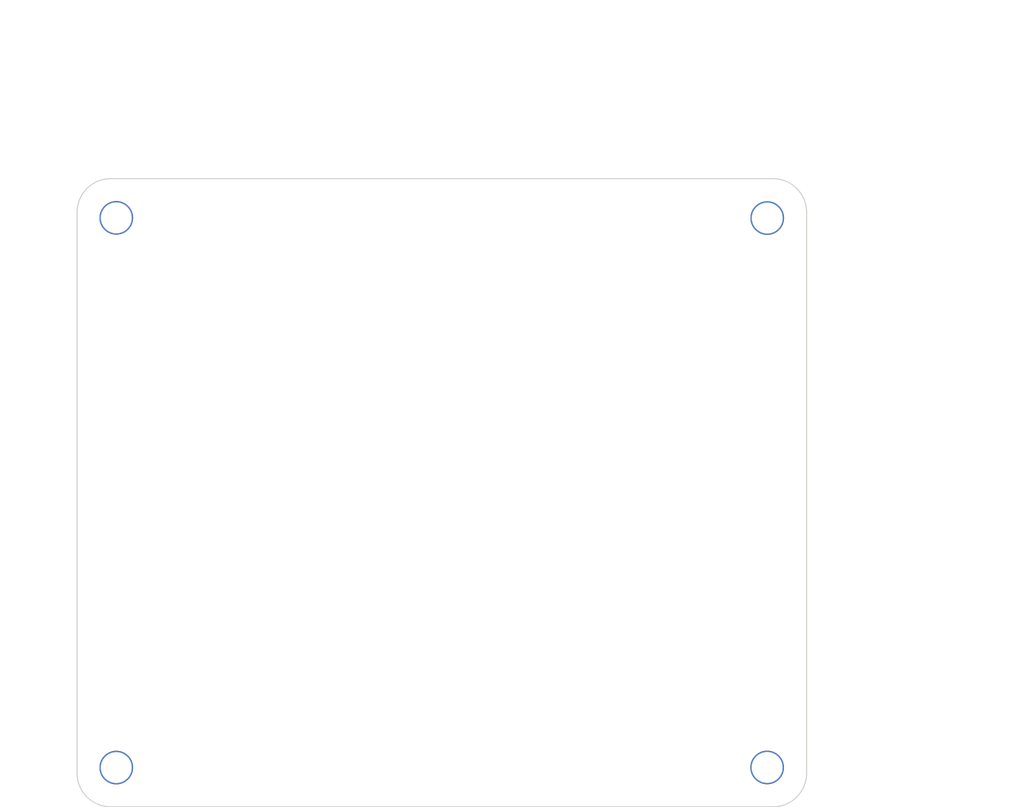
<source format=kicad_pcb>
(kicad_pcb (version 4) (host pcbnew 4.0.7-e2-6376~61~ubuntu18.04.1)

  (general
    (links 0)
    (no_connects 0)
    (area 71.978573 45.025 229.685714 133.380001)
    (thickness 1.6)
    (drawings 53)
    (tracks 0)
    (zones 0)
    (modules 4)
    (nets 1)
  )

  (page A4)
  (layers
    (0 F.Cu signal)
    (1 In1.Cu signal hide)
    (2 In2.Cu signal hide)
    (31 B.Cu signal hide)
    (32 B.Adhes user)
    (33 F.Adhes user)
    (34 B.Paste user)
    (35 F.Paste user)
    (36 B.SilkS user hide)
    (37 F.SilkS user)
    (38 B.Mask user)
    (39 F.Mask user)
    (40 Dwgs.User user)
    (41 Cmts.User user)
    (42 Eco1.User user hide)
    (43 Eco2.User user hide)
    (44 Edge.Cuts user)
    (45 Margin user hide)
    (46 B.CrtYd user hide)
    (47 F.CrtYd user hide)
    (48 B.Fab user hide)
    (49 F.Fab user hide)
  )

  (setup
    (last_trace_width 0.15)
    (user_trace_width 0.15)
    (user_trace_width 0.2)
    (user_trace_width 0.25)
    (user_trace_width 0.4)
    (user_trace_width 0.5)
    (user_trace_width 0.6)
    (user_trace_width 1)
    (user_trace_width 2)
    (trace_clearance 0.2)
    (zone_clearance 0.2)
    (zone_45_only yes)
    (trace_min 0.15)
    (segment_width 0.15)
    (edge_width 0.15)
    (via_size 0.4)
    (via_drill 0.2)
    (via_min_size 0.4)
    (via_min_drill 0.2)
    (uvia_size 0.3)
    (uvia_drill 0.1)
    (uvias_allowed no)
    (uvia_min_size 0.2)
    (uvia_min_drill 0.1)
    (pcb_text_width 0.3)
    (pcb_text_size 1.5 1.5)
    (mod_edge_width 0.15)
    (mod_text_size 1 1)
    (mod_text_width 0.15)
    (pad_size 1.524 1.524)
    (pad_drill 0.762)
    (pad_to_mask_clearance 0.2)
    (aux_axis_origin 0 0)
    (visible_elements 7FFEFE3F)
    (pcbplotparams
      (layerselection 0x010f8_80000007)
      (usegerberextensions false)
      (excludeedgelayer false)
      (linewidth 0.100000)
      (plotframeref false)
      (viasonmask false)
      (mode 1)
      (useauxorigin false)
      (hpglpennumber 1)
      (hpglpenspeed 20)
      (hpglpendiameter 15)
      (hpglpenoverlay 2)
      (psnegative false)
      (psa4output false)
      (plotreference true)
      (plotvalue false)
      (plotinvisibletext false)
      (padsonsilk true)
      (subtractmaskfromsilk false)
      (outputformat 1)
      (mirror false)
      (drillshape 0)
      (scaleselection 1)
      (outputdirectory prod))
  )

  (net 0 "")

  (net_class Default "This is the default net class."
    (clearance 0.2)
    (trace_width 0.15)
    (via_dia 0.4)
    (via_drill 0.2)
    (uvia_dia 0.3)
    (uvia_drill 0.1)
  )

  (module project_footprints:NPTH_3mm_ID locked (layer F.Cu) (tedit 58E34364) (tstamp 58E3B082)
    (at 82.04 64.31)
    (path /5834BC4A)
    (fp_text reference H1 (at 0.06 0.09) (layer F.SilkS)
      (effects (font (size 1 1) (thickness 0.15)))
    )
    (fp_text value 3mm_Mounting_Hole (at 0 -2.7) (layer F.Fab)
      (effects (font (size 1 1) (thickness 0.15)))
    )
    (pad "" np_thru_hole circle (at 0 0) (size 3 3) (drill 2.75) (layers *.Cu *.Mask)
      (clearance 1.6))
  )

  (module project_footprints:NPTH_3mm_ID locked (layer F.Cu) (tedit 58E34364) (tstamp 58E3B086)
    (at 140.04 64.33)
    (path /5834BCDF)
    (fp_text reference H2 (at 0.06 0.09) (layer F.SilkS)
      (effects (font (size 1 1) (thickness 0.15)))
    )
    (fp_text value 3mm_Mounting_Hole (at 0 -2.7) (layer F.Fab)
      (effects (font (size 1 1) (thickness 0.15)))
    )
    (pad "" np_thru_hole circle (at 0 0) (size 3 3) (drill 2.75) (layers *.Cu *.Mask)
      (clearance 1.6))
  )

  (module project_footprints:NPTH_3mm_ID locked (layer F.Cu) (tedit 58E34364) (tstamp 58E3B08A)
    (at 82.04 113.32)
    (path /5834BD62)
    (fp_text reference H3 (at 0.06 0.09) (layer F.SilkS)
      (effects (font (size 1 1) (thickness 0.15)))
    )
    (fp_text value 3mm_Mounting_Hole (at 0 -2.7) (layer F.Fab)
      (effects (font (size 1 1) (thickness 0.15)))
    )
    (pad "" np_thru_hole circle (at 0 0) (size 3 3) (drill 2.75) (layers *.Cu *.Mask)
      (clearance 1.6))
  )

  (module project_footprints:NPTH_3mm_ID locked (layer F.Cu) (tedit 58E34364) (tstamp 58E3B08E)
    (at 140.03 113.31)
    (path /5834BDED)
    (fp_text reference H4 (at 0.06 0.09) (layer F.SilkS)
      (effects (font (size 1 1) (thickness 0.15)))
    )
    (fp_text value 3mm_Mounting_Hole (at 0 -2.7) (layer F.Fab)
      (effects (font (size 1 1) (thickness 0.15)))
    )
    (pad "" np_thru_hole circle (at 0 0) (size 3 3) (drill 2.75) (layers *.Cu *.Mask)
      (clearance 1.6))
  )

  (gr_text "If you want to use an SMT 40-pin header, please move the top edge up \nby 0.5mm and locate the header in the same location as the current TH part." (at 117.3 47.5) (layer Cmts.User)
    (effects (font (size 1.5 1.5) (thickness 0.3)))
  )
  (gr_line (start 78.546356 63.817611) (end 78.546356 113.817611) (layer Edge.Cuts) (width 0.1))
  (gr_arc (start 81.546356 63.817611) (end 81.546356 60.817611) (angle -90) (layer Edge.Cuts) (width 0.1))
  (gr_line (start 140.546356 60.817611) (end 81.546356 60.817611) (layer Edge.Cuts) (width 0.1))
  (gr_arc (start 140.546356 63.817611) (end 143.546356 63.817611) (angle -90) (layer Edge.Cuts) (width 0.1))
  (gr_line (start 143.546356 113.817611) (end 143.546356 63.817611) (layer Edge.Cuts) (width 0.1))
  (gr_circle (center 86.916356 63.047611) (end 87.416356 63.047611) (layer Dwgs.User) (width 0.1))
  (gr_circle (center 135.176356 63.047611) (end 135.676356 63.047611) (layer Dwgs.User) (width 0.1))
  (gr_circle (center 132.636356 63.047611) (end 133.136356 63.047611) (layer Dwgs.User) (width 0.1))
  (gr_circle (center 130.096356 63.047611) (end 130.596356 63.047611) (layer Dwgs.User) (width 0.1))
  (gr_circle (center 127.556356 63.047611) (end 128.056356 63.047611) (layer Dwgs.User) (width 0.1))
  (gr_circle (center 125.016356 63.047611) (end 125.516356 63.047611) (layer Dwgs.User) (width 0.1))
  (gr_circle (center 122.476356 63.047611) (end 122.976356 63.047611) (layer Dwgs.User) (width 0.1))
  (gr_circle (center 119.936356 63.047611) (end 120.436356 63.047611) (layer Dwgs.User) (width 0.1))
  (gr_circle (center 117.396356 63.047611) (end 117.896356 63.047611) (layer Dwgs.User) (width 0.1))
  (gr_circle (center 114.856356 63.047611) (end 115.356356 63.047611) (layer Dwgs.User) (width 0.1))
  (gr_circle (center 112.316356 63.047611) (end 112.816356 63.047611) (layer Dwgs.User) (width 0.1))
  (gr_circle (center 109.776356 63.047611) (end 110.276356 63.047611) (layer Dwgs.User) (width 0.1))
  (gr_circle (center 107.236356 63.047611) (end 107.736356 63.047611) (layer Dwgs.User) (width 0.1))
  (gr_circle (center 104.696356 63.047611) (end 105.196356 63.047611) (layer Dwgs.User) (width 0.1))
  (gr_circle (center 102.156356 63.047611) (end 102.656356 63.047611) (layer Dwgs.User) (width 0.1))
  (gr_circle (center 99.616356 63.047611) (end 100.116356 63.047611) (layer Dwgs.User) (width 0.1))
  (gr_circle (center 97.076356 63.047611) (end 97.576356 63.047611) (layer Dwgs.User) (width 0.1))
  (gr_circle (center 94.536356 63.047611) (end 95.036356 63.047611) (layer Dwgs.User) (width 0.1))
  (gr_circle (center 91.996356 63.047611) (end 92.496356 63.047611) (layer Dwgs.User) (width 0.1))
  (gr_circle (center 89.456356 63.047611) (end 89.956356 63.047611) (layer Dwgs.User) (width 0.1))
  (gr_circle (center 135.176356 65.587611) (end 135.676356 65.587611) (layer Dwgs.User) (width 0.1))
  (gr_circle (center 132.636356 65.587611) (end 133.136356 65.587611) (layer Dwgs.User) (width 0.1))
  (gr_circle (center 130.096356 65.587611) (end 130.596356 65.587611) (layer Dwgs.User) (width 0.1))
  (gr_circle (center 127.556356 65.587611) (end 128.056356 65.587611) (layer Dwgs.User) (width 0.1))
  (gr_circle (center 125.016356 65.587611) (end 125.516356 65.587611) (layer Dwgs.User) (width 0.1))
  (gr_circle (center 122.476356 65.587611) (end 122.976356 65.587611) (layer Dwgs.User) (width 0.1))
  (gr_circle (center 119.936356 65.587611) (end 120.436356 65.587611) (layer Dwgs.User) (width 0.1))
  (gr_circle (center 117.396356 65.587611) (end 117.896356 65.587611) (layer Dwgs.User) (width 0.1))
  (gr_circle (center 114.856356 65.587611) (end 115.356356 65.587611) (layer Dwgs.User) (width 0.1))
  (gr_circle (center 112.316356 65.587611) (end 112.816356 65.587611) (layer Dwgs.User) (width 0.1))
  (gr_circle (center 109.776356 65.587611) (end 110.276356 65.587611) (layer Dwgs.User) (width 0.1))
  (gr_circle (center 107.236356 65.587611) (end 107.736356 65.587611) (layer Dwgs.User) (width 0.1))
  (gr_circle (center 104.696356 65.587611) (end 105.196356 65.587611) (layer Dwgs.User) (width 0.1))
  (gr_circle (center 102.156356 65.587611) (end 102.656356 65.587611) (layer Dwgs.User) (width 0.1))
  (gr_circle (center 99.616356 65.587611) (end 100.116356 65.587611) (layer Dwgs.User) (width 0.1))
  (gr_circle (center 97.076356 65.587611) (end 97.576356 65.587611) (layer Dwgs.User) (width 0.1))
  (gr_circle (center 94.536356 65.587611) (end 95.036356 65.587611) (layer Dwgs.User) (width 0.1))
  (gr_circle (center 91.996356 65.587611) (end 92.496356 65.587611) (layer Dwgs.User) (width 0.1))
  (gr_circle (center 89.456356 65.587611) (end 89.956356 65.587611) (layer Dwgs.User) (width 0.1))
  (gr_circle (center 86.916356 65.587611) (end 87.416356 65.587611) (layer Dwgs.User) (width 0.1))
  (gr_circle (center 140.046356 113.317611) (end 141.421356 113.317611) (layer Dwgs.User) (width 0.1))
  (gr_circle (center 140.046356 64.317611) (end 141.421356 64.317611) (layer Dwgs.User) (width 0.1))
  (gr_circle (center 82.046356 64.317611) (end 83.421356 64.317611) (layer Dwgs.User) (width 0.1))
  (gr_circle (center 82.046356 113.317611) (end 83.421356 113.317611) (layer Dwgs.User) (width 0.1))
  (gr_arc (start 81.546356 113.817611) (end 78.546356 113.817611) (angle -90) (layer Edge.Cuts) (width 0.1))
  (gr_line (start 81.546356 116.817611) (end 140.546356 116.817611) (layer Edge.Cuts) (width 0.1))
  (gr_arc (start 140.546356 113.817611) (end 140.546356 116.817611) (angle -89.9) (layer Edge.Cuts) (width 0.1))

)

</source>
